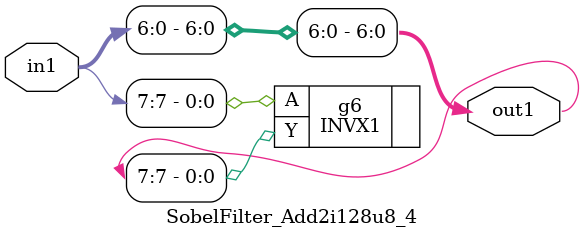
<source format=v>
`timescale 1ps / 1ps


module SobelFilter_Add2i128u8_4(in1, out1);
  input [7:0] in1;
  output [7:0] out1;
  wire [7:0] in1;
  wire [7:0] out1;
  assign out1[0] = in1[0];
  assign out1[1] = in1[1];
  assign out1[2] = in1[2];
  assign out1[3] = in1[3];
  assign out1[4] = in1[4];
  assign out1[5] = in1[5];
  assign out1[6] = in1[6];
  INVX1 g6(.A (in1[7]), .Y (out1[7]));
endmodule



</source>
